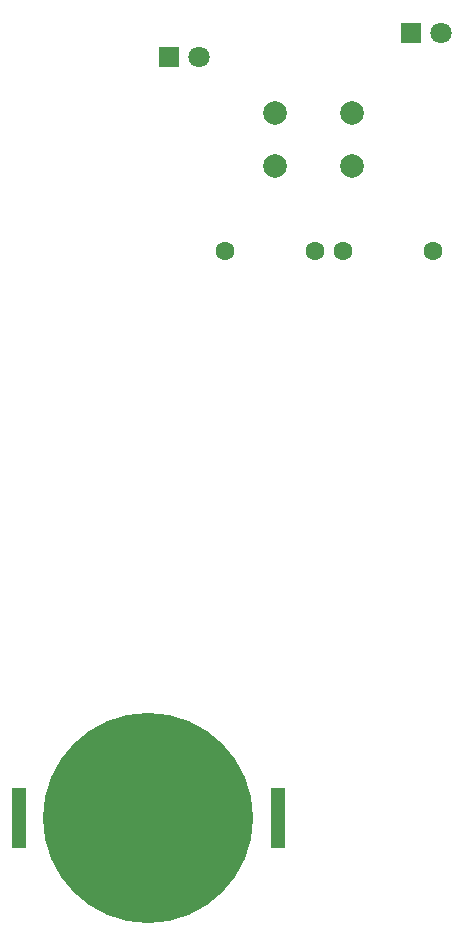
<source format=gbr>
%TF.GenerationSoftware,KiCad,Pcbnew,9.0.2*%
%TF.CreationDate,2025-06-03T16:13:35-04:00*%
%TF.ProjectId,athena workshop,61746865-6e61-4207-976f-726b73686f70,rev?*%
%TF.SameCoordinates,Original*%
%TF.FileFunction,Copper,L2,Bot*%
%TF.FilePolarity,Positive*%
%FSLAX46Y46*%
G04 Gerber Fmt 4.6, Leading zero omitted, Abs format (unit mm)*
G04 Created by KiCad (PCBNEW 9.0.2) date 2025-06-03 16:13:35*
%MOMM*%
%LPD*%
G01*
G04 APERTURE LIST*
%TA.AperFunction,ComponentPad*%
%ADD10C,2.000000*%
%TD*%
%TA.AperFunction,ComponentPad*%
%ADD11R,1.800000X1.800000*%
%TD*%
%TA.AperFunction,ComponentPad*%
%ADD12C,1.800000*%
%TD*%
%TA.AperFunction,ComponentPad*%
%ADD13C,1.600000*%
%TD*%
%TA.AperFunction,SMDPad,CuDef*%
%ADD14R,1.270000X5.080000*%
%TD*%
%TA.AperFunction,SMDPad,CuDef*%
%ADD15C,17.800000*%
%TD*%
G04 APERTURE END LIST*
D10*
%TO.P,SW1,1,1*%
%TO.N,Net-(BT1-+)*%
X123250000Y-47250000D03*
X129750000Y-47250000D03*
%TO.P,SW1,2,2*%
%TO.N,Net-(D1-A)*%
X123250000Y-51750000D03*
X129750000Y-51750000D03*
%TD*%
D11*
%TO.P,D2,1,K*%
%TO.N,Net-(D2-K)*%
X134725000Y-40500000D03*
D12*
%TO.P,D2,2,A*%
%TO.N,Net-(D1-A)*%
X137265000Y-40500000D03*
%TD*%
D13*
%TO.P,R2,1*%
%TO.N,Net-(D2-K)*%
X119000000Y-59000000D03*
%TO.P,R2,2*%
%TO.N,Net-(BT1--)*%
X126620000Y-59000000D03*
%TD*%
D11*
%TO.P,D1,1,K*%
%TO.N,Net-(D1-K)*%
X114225000Y-42500000D03*
D12*
%TO.P,D1,2,A*%
%TO.N,Net-(D1-A)*%
X116765000Y-42500000D03*
%TD*%
D13*
%TO.P,R1,1*%
%TO.N,Net-(D1-K)*%
X129000000Y-59000000D03*
%TO.P,R1,2*%
%TO.N,Net-(BT1--)*%
X136620000Y-59000000D03*
%TD*%
D14*
%TO.P,BT1,1,+*%
%TO.N,Net-(BT1-+)*%
X123485000Y-107000000D03*
X101515000Y-107000000D03*
D15*
%TO.P,BT1,2,-*%
%TO.N,Net-(BT1--)*%
X112500000Y-107000000D03*
%TD*%
M02*

</source>
